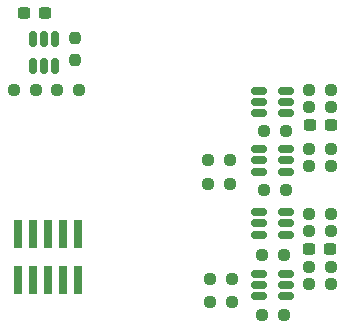
<source format=gbr>
%TF.GenerationSoftware,KiCad,Pcbnew,8.0.1-8.0.1-1~ubuntu22.04.1*%
%TF.CreationDate,2024-04-08T23:00:13-07:00*%
%TF.ProjectId,gps_interposer,6770735f-696e-4746-9572-706f7365722e,rev?*%
%TF.SameCoordinates,Original*%
%TF.FileFunction,Paste,Bot*%
%TF.FilePolarity,Positive*%
%FSLAX46Y46*%
G04 Gerber Fmt 4.6, Leading zero omitted, Abs format (unit mm)*
G04 Created by KiCad (PCBNEW 8.0.1-8.0.1-1~ubuntu22.04.1) date 2024-04-08 23:00:13*
%MOMM*%
%LPD*%
G01*
G04 APERTURE LIST*
G04 Aperture macros list*
%AMRoundRect*
0 Rectangle with rounded corners*
0 $1 Rounding radius*
0 $2 $3 $4 $5 $6 $7 $8 $9 X,Y pos of 4 corners*
0 Add a 4 corners polygon primitive as box body*
4,1,4,$2,$3,$4,$5,$6,$7,$8,$9,$2,$3,0*
0 Add four circle primitives for the rounded corners*
1,1,$1+$1,$2,$3*
1,1,$1+$1,$4,$5*
1,1,$1+$1,$6,$7*
1,1,$1+$1,$8,$9*
0 Add four rect primitives between the rounded corners*
20,1,$1+$1,$2,$3,$4,$5,0*
20,1,$1+$1,$4,$5,$6,$7,0*
20,1,$1+$1,$6,$7,$8,$9,0*
20,1,$1+$1,$8,$9,$2,$3,0*%
G04 Aperture macros list end*
%ADD10RoundRect,0.237500X-0.250000X-0.237500X0.250000X-0.237500X0.250000X0.237500X-0.250000X0.237500X0*%
%ADD11RoundRect,0.150000X0.512500X0.150000X-0.512500X0.150000X-0.512500X-0.150000X0.512500X-0.150000X0*%
%ADD12RoundRect,0.237500X0.250000X0.237500X-0.250000X0.237500X-0.250000X-0.237500X0.250000X-0.237500X0*%
%ADD13RoundRect,0.237500X-0.300000X-0.237500X0.300000X-0.237500X0.300000X0.237500X-0.300000X0.237500X0*%
%ADD14R,0.740000X2.400000*%
%ADD15RoundRect,0.150000X-0.150000X0.512500X-0.150000X-0.512500X0.150000X-0.512500X0.150000X0.512500X0*%
%ADD16RoundRect,0.237500X-0.237500X0.250000X-0.237500X-0.250000X0.237500X-0.250000X0.237500X0.250000X0*%
G04 APERTURE END LIST*
D10*
%TO.C,R3*%
X196800000Y-106700000D03*
X198625000Y-106700000D03*
%TD*%
D11*
%TO.C,U2*%
X194800000Y-105075000D03*
X194800000Y-106025000D03*
X194800000Y-106975000D03*
X192525000Y-106975000D03*
X192525000Y-106025000D03*
X192525000Y-105075000D03*
%TD*%
D10*
%TO.C,R8*%
X175475000Y-94700000D03*
X177300000Y-94700000D03*
%TD*%
D12*
%TO.C,R5*%
X198625000Y-109700000D03*
X196800000Y-109700000D03*
%TD*%
D10*
%TO.C,R14*%
X188435000Y-110700000D03*
X190260000Y-110700000D03*
%TD*%
D11*
%TO.C,U7*%
X194800000Y-94800000D03*
X194800000Y-95750000D03*
X194800000Y-96700000D03*
X192525000Y-96700000D03*
X192525000Y-95750000D03*
X192525000Y-94800000D03*
%TD*%
D12*
%TO.C,R4*%
X198625000Y-105200000D03*
X196800000Y-105200000D03*
%TD*%
D10*
%TO.C,R9*%
X171800000Y-94700000D03*
X173625000Y-94700000D03*
%TD*%
D11*
%TO.C,U1*%
X194800000Y-110300000D03*
X194800000Y-111250000D03*
X194800000Y-112200000D03*
X192525000Y-112200000D03*
X192525000Y-111250000D03*
X192525000Y-110300000D03*
%TD*%
D13*
%TO.C,C4*%
X196875000Y-97700000D03*
X198600000Y-97700000D03*
%TD*%
D10*
%TO.C,R13*%
X188435000Y-112700000D03*
X190260000Y-112700000D03*
%TD*%
%TO.C,R12*%
X196800000Y-101200000D03*
X198625000Y-101200000D03*
%TD*%
D11*
%TO.C,U5*%
X194800000Y-99750000D03*
X194800000Y-100700000D03*
X194800000Y-101650000D03*
X192525000Y-101650000D03*
X192525000Y-100700000D03*
X192525000Y-99750000D03*
%TD*%
D10*
%TO.C,R20*%
X192975000Y-98200000D03*
X194800000Y-98200000D03*
%TD*%
D12*
%TO.C,R10*%
X194800000Y-103200000D03*
X192975000Y-103200000D03*
%TD*%
D14*
%TO.C,J2*%
X172140000Y-106950000D03*
X172140000Y-110850000D03*
X173410000Y-106950000D03*
X173410000Y-110850000D03*
X174680000Y-106950000D03*
X174680000Y-110850000D03*
X175950000Y-106950000D03*
X175950000Y-110850000D03*
X177220000Y-106950000D03*
X177220000Y-110850000D03*
%TD*%
D15*
%TO.C,U4*%
X173400000Y-90425000D03*
X174350000Y-90425000D03*
X175300000Y-90425000D03*
X175300000Y-92700000D03*
X174350000Y-92700000D03*
X173400000Y-92700000D03*
%TD*%
D10*
%TO.C,R27*%
X196800000Y-96200000D03*
X198625000Y-96200000D03*
%TD*%
D16*
%TO.C,R7*%
X176975000Y-90375000D03*
X176975000Y-92200000D03*
%TD*%
D10*
%TO.C,R16*%
X188260000Y-100700000D03*
X190085000Y-100700000D03*
%TD*%
%TO.C,R6*%
X196800000Y-111200000D03*
X198625000Y-111200000D03*
%TD*%
%TO.C,R1*%
X192800000Y-108700000D03*
X194625000Y-108700000D03*
%TD*%
%TO.C,R15*%
X188260000Y-102700000D03*
X190085000Y-102700000D03*
%TD*%
D13*
%TO.C,C1*%
X172675000Y-88200000D03*
X174400000Y-88200000D03*
%TD*%
D12*
%TO.C,R2*%
X194625000Y-113750000D03*
X192800000Y-113750000D03*
%TD*%
D13*
%TO.C,C2*%
X196800000Y-108200000D03*
X198525000Y-108200000D03*
%TD*%
D12*
%TO.C,R21*%
X198625000Y-94700000D03*
X196800000Y-94700000D03*
%TD*%
%TO.C,R11*%
X198625000Y-99700000D03*
X196800000Y-99700000D03*
%TD*%
M02*

</source>
